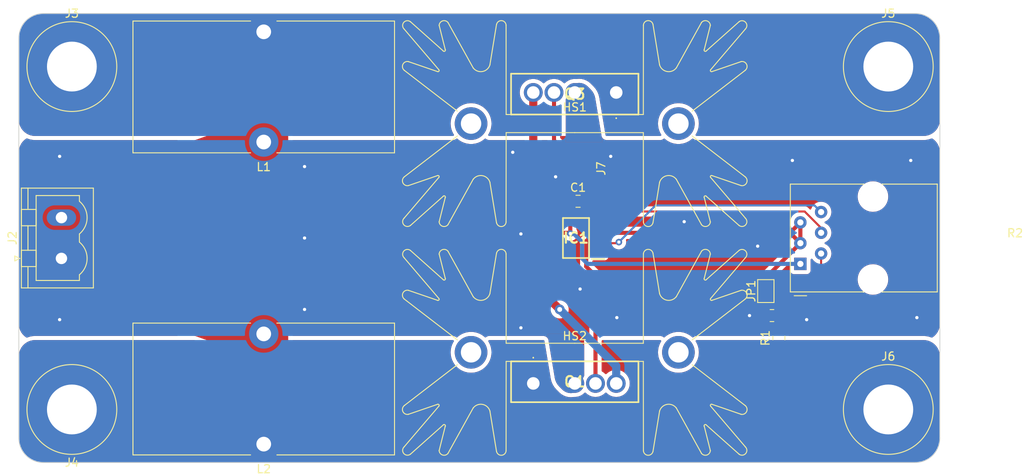
<source format=kicad_pcb>
(kicad_pcb (version 20221018) (generator pcbnew)
  (layers (0 "F.Cu" signal) (31 "B.Cu" signal) (34 "B.Paste" user) (35 "F.Paste" user) (36 "B.SilkS" user "B.Silkscreen") (37 "F.SilkS" user "F.Silkscreen") (38 "B.Mask" user) (39 "F.Mask" user) (44 "Edge.Cuts" user))
  (net 0 "")
  (net 1 "Net-(IC1-VDD)")
  (net 2 "GND2")
  (net 4 "Net-(IC1-INA)")
  (net 5 "Net-(IC1-INB)")
  (net 6 "Net-(IC1-OUTB)")
  (net 7 "Net-(IC1-OUTA)")
  (net 9 "GND")
  (net 10 "Net-(J2-Pin_2)")
  (net 11 "Net-(J7-Pad2)")
  (net 12 "/BUS_R")
  (net 13 "BUS_L")
  (footprint "Heatsink:Heatsink_Fischer_SK129-STS_42x25mm_2xDrill2.5mm" (layer "F.Cu") (at 118.095 91.5)
    (fp_text reference "HS2" (at 0 -2) (layer "F.SilkS"))
    (fp_text value "Heatsink_Pad")
    (fp_line (start -20.89 -11.57) (end -16.64 -6.59) (stroke (width 0.12)) (layer "F.SilkS"))
    (fp_line (start -20.89 -6.53) (end -14.38 -1.52) (stroke (width 0.12)) (layer "F.SilkS"))
    (fp_line (start -20.89 6.53) (end -14.38 1.52) (stroke (width 0.12)) (layer "F.SilkS"))
    (fp_line (start -20.89 11.57) (end -16.64 6.59) (stroke (width 0.12)) (layer "F.SilkS"))
    (fp_line (start -16.81 -6.37) (end -20.37 -7.59) (stroke (width 0.12)) (layer "F.SilkS"))
    (fp_line (start -16.81 6.37) (end -20.37 7.59) (stroke (width 0.12)) (layer "F.SilkS"))
    (fp_line (start -16.61 -12.04) (end -15.86 -9.05) (stroke (width 0.12)) (layer "F.SilkS"))
    (fp_line (start -16.61 12.04) (end -15.86 9.05) (stroke (width 0.12)) (layer "F.SilkS"))
    (fp_line (start -16.11 -8.9) (end -20.14 -12.49) (stroke (width 0.12)) (layer "F.SilkS"))
    (fp_line (start -16.11 8.9) (end -20.14 12.49) (stroke (width 0.12)) (layer "F.SilkS"))
    (fp_line (start -12.43 -6.8) (end -15.52 -12.37) (stroke (width 0.12)) (layer "F.SilkS"))
    (fp_line (start -12.43 6.8) (end -15.52 12.37) (stroke (width 0.12)) (layer "F.SilkS"))
    (fp_line (start -9.58 -12.16) (end -10.39 -7.2) (stroke (width 0.12)) (layer "F.SilkS"))
    (fp_line (start -9.58 12.16) (end -10.39 7.2) (stroke (width 0.12)) (layer "F.SilkS"))
    (fp_line (start -8.41 -12.07) (end -8.4 -1.11) (stroke (width 0.12)) (layer "F.SilkS"))
    (fp_line (start -8.41 12.07) (end -8.4 1.11) (stroke (width 0.12)) (layer "F.SilkS"))
    (fp_line (start -8.4 -1.11) (end 0 -1.11) (stroke (width 0.12)) (layer "F.SilkS"))
    (fp_line (start -8.4 1.11) (end 0 1.11) (stroke (width 0.12)) (layer "F.SilkS"))
    (fp_line (start 8.4 -1.11) (end 0 -1.11) (stroke (width 0.12)) (layer "F.SilkS"))
    (fp_line (start 8.4 1.11) (end 0 1.11) (stroke (width 0.12)) (layer "F.SilkS"))
    (fp_line (start 8.41 -12.07) (end 8.4 -1.11) (stroke (width 0.12)) (layer "F.SilkS"))
    (fp_line (start 8.41 12.07) (end 8.4 1.11) (stroke (width 0.12)) (layer "F.SilkS"))
    (fp_line (start 9.58 -12.16) (end 10.39 -7.2) (stroke (width 0.12)) (layer "F.SilkS"))
    (fp_line (start 9.58 12.16) (end 10.39 7.2) (stroke (width 0.12)) (layer "F.SilkS"))
    (fp_line (start 12.43 -6.8) (end 15.52 -12.37) (stroke (width 0.12)) (layer "F.SilkS"))
    (fp_line (start 12.43 6.8) (end 15.52 12.37) (stroke (width 0.12)) (layer "F.SilkS"))
    (fp_line (start 16.11 -8.9) (end 20.14 -12.49) (stroke (width 0.12)) (layer "F.SilkS"))
    (fp_line (start 16.11 8.9) (end 20.14 12.49) (stroke (width 0.12)) (layer "F.SilkS"))
    (fp_line (start 16.61 -12.04) (end 15.86 -9.05) (stroke (width 0.12)) (layer "F.SilkS"))
    (fp_line (start 16.61 12.04) (end 15.86 9.05) (stroke (width 0.12)) (layer "F.SilkS"))
    (fp_line (start 16.81 -6.37) (end 20.37 -7.59) (stroke (width 0.12)) (layer "F.SilkS"))
    (fp_line (start 16.81 6.37) (end 20.37 7.59) (stroke (width 0.12)) (layer "F.SilkS"))
    (fp_line (start 20.89 -11.57) (end 16.64 -6.59) (stroke (width 0.12)) (layer "F.SilkS"))
    (fp_line (start 20.89 -6.53) (end 14.38 -1.52) (stroke (width 0.12)) (layer "F.SilkS"))
    (fp_line (start 20.89 6.53) (end 14.38 1.52) (stroke (width 0.12)) (layer "F.SilkS"))
    (fp_line (start 20.89 11.57) (end 16.64 6.59) (stroke (width 0.12)) (layer "F.SilkS"))
    (fp_arc (start -20.883567 -11.569995) (mid -20.940157 -12.391914) (end -20.12 -12.47) (stroke (width 0.12)) (layer "F.SilkS"))
    (fp_arc (start -20.88201 -6.529077) (mid -21.044088 -7.26771) (end -20.36 -7.59) (stroke (width 0.12)) (layer "F.SilkS"))
    (fp_arc (start -20.36 7.59) (mid -21.044305 7.267269) (end -20.881246 6.528459) (stroke (width 0.12)) (layer "F.SilkS"))
    (fp_arc (start -20.12 12.47) (mid -20.940246 12.391809) (end -20.883361 11.56981) (stroke (width 0.12)) (layer "F.SilkS"))
    (fp_arc (start -16.81 6.37) (mid -16.635916 6.413485) (end -16.641006 6.592846) (stroke (width 0.12)) (layer "F.SilkS"))
    (fp_arc (start -16.641005 -6.592844) (mid -16.635917 -6.413484) (end -16.81 -6.37) (stroke (width 0.12)) (layer "F.SilkS"))
    (fp_arc (start -16.607253 -12.030714) (mid -16.174769 -12.582369) (end -15.51 -12.36) (stroke (width 0.12)) (layer "F.SilkS"))
    (fp_arc (start -16.11 8.89) (mid -15.907388 8.875008) (end -15.862738 9.073206) (stroke (width 0.12)) (layer "F.SilkS"))
    (fp_arc (start -15.862646 -9.073033) (mid -15.907467 -8.87495) (end -16.11 -8.89) (stroke (width 0.12)) (layer "F.SilkS"))
    (fp_arc (start -15.51 12.36) (mid -16.175176 12.582248) (end -16.607296 12.029866) (stroke (width 0.12)) (layer "F.SilkS"))
    (fp_arc (start -12.43 6.81) (mid -11.270695 6.386526) (end -10.37849 7.239338) (stroke (width 0.12)) (layer "F.SilkS"))
    (fp_arc (start -10.378725 -7.238423) (mid -11.271157 -6.386429) (end -12.43 -6.81) (stroke (width 0.12)) (layer "F.SilkS"))
    (fp_arc (start -9.578367 -12.138285) (mid -8.950514 -12.608261) (end -8.41 -12.04) (stroke (width 0.12)) (layer "F.SilkS"))
    (fp_arc (start -8.41 12.04) (mid -8.950833 12.608288) (end -9.578495 12.137659) (stroke (width 0.12)) (layer "F.SilkS"))
    (fp_arc (start 8.41 -12.04) (mid 8.950833 -12.608288) (end 9.578495 -12.137659) (stroke (width 0.12)) (layer "F.SilkS"))
    (fp_arc (start 9.578367 12.138285) (mid 8.950514 12.608261) (end 8.41 12.04) (stroke (width 0.12)) (layer "F.SilkS"))
    (fp_arc (start 10.378725 7.238423) (mid 11.271157 6.386429) (end 12.43 6.81) (stroke (width 0.12)) (layer "F.SilkS"))
    (fp_arc (start 12.43 -6.81) (mid 11.270695 -6.386526) (end 10.37849 -7.239338) (stroke (width 0.12)) (layer "F.SilkS"))
    (fp_arc (start 15.51 -12.36) (mid 16.175176 -12.582248) (end 16.607296 -12.029866) (stroke (width 0.12)) (layer "F.SilkS"))
    (fp_arc (start 15.862646 9.073033) (mid 15.907467 8.87495) (end 16.11 8.89) (stroke (width 0.12)) (layer "F.SilkS"))
    (fp_arc (start 16.11 -8.89) (mid 15.907388 -8.875008) (end 15.862738 -9.073206) (stroke (width 0.12)) (layer "F.SilkS"))
    (fp_arc (start 16.607253 12.030714) (mid 16.174769 12.58237) (end 15.51 12.36) (stroke (width 0.12)) (layer "F.SilkS"))
    (fp_arc (start 16.641005 6.592844) (mid 16.635917 6.413484) (end 16.81 6.37) (stroke (width 0.12)) (layer "F.SilkS"))
    (fp_arc (start 16.81 -6.37) (mid 16.635916 -6.413485) (end 16.641006 -6.592846) (stroke (width 0.12)) (layer "F.SilkS"))
    (fp_arc (start 20.12 -12.47) (mid 20.940246 -12.391809) (end 20.883361 -11.56981) (stroke (width 0.12)) (layer "F.SilkS"))
    (fp_arc (start 20.36 -7.59) (mid 21.044305 -7.267269) (end 20.881246 -6.528459) (stroke (width 0.12)) (layer "F.SilkS"))
    (fp_arc (start 20.88201 6.529077) (mid 21.044088 7.26771) (end 20.36 7.59) (stroke (width 0.12)) (layer "F.SilkS"))
    (fp_arc (start 20.883567 11.569995) (mid 20.940157 12.391914) (end 20.12 12.47) (stroke (width 0.12)) (layer "F.SilkS"))
    (pad "" thru_hole circle (at -12.7 0 180) (size 4 4) (drill 2.5) (layers "*.Cu" "*.Mask"))
    (pad "" thru_hole circle (at 12.7 0) (size 4 4) (drill 2.5) (layers "*.Cu" "*.Mask"))
  )
  (footprint "Connector_RJ:RJ12_Amphenol_54601" (layer "F.Cu") (at 145.73 80.67 90)
    (fp_text reference "J7" (at 11.68 -24.4 90) (layer "F.SilkS"))
    (fp_text value "RJ12")
    (fp_line (start -3.9 0.77) (end -3.9 -0.76) (stroke (width 0.12)) (layer "F.SilkS"))
    (fp_line (start -3.43 -1.23) (end 9.77 -1.23) (stroke (width 0.12)) (layer "F.SilkS"))
    (fp_line (start -3.43 7.72) (end -3.43 7.79) (stroke (width 0.1)) (layer "F.SilkS"))
    (fp_line (start -3.43 7.79) (end -3.43 -1.23) (stroke (width 0.12)) (layer "F.SilkS"))
    (fp_line (start -3.43 16.77) (end -3.43 9.99) (stroke (width 0.12)) (layer "F.SilkS"))
    (fp_line (start 9.77 -1.23) (end 9.77 7.79) (stroke (width 0.12)) (layer "F.SilkS"))
    (fp_line (start 9.77 16.65) (end 9.77 16.77) (stroke (width 0.1)) (layer "F.SilkS"))
    (fp_line (start 9.77 16.76) (end 9.77 16.77) (stroke (width 0.1)) (layer "F.SilkS"))
    (fp_line (start 9.77 16.77) (end -3.43 16.77) (stroke (width 0.12)) (layer "F.SilkS"))
    (fp_line (start 9.77 16.77) (end 9.77 9.99) (stroke (width 0.12)) (layer "F.SilkS"))
    (pad "" np_thru_hole circle (at -1.91 8.89 90) (size 3.25 3.25) (drill 3.25) (layers "*.Cu" "*.Mask"))
    (pad "" np_thru_hole circle (at 8.25 8.89 90) (size 3.25 3.25) (drill 3.25) (layers "*.Cu" "*.Mask"))
    (pad "1" thru_hole rect (at 0 0 90) (size 1.52 1.52) (drill 0.76) (layers "*.Cu" "*.Mask") (net 1 "Net-(IC1-VDD)"))
    (pad "2" thru_hole circle (at 1.27 2.54 90) (size 1.52 1.52) (drill 0.76) (layers "*.Cu" "*.Mask") (net 11 "Net-(J7-Pad2)"))
    (pad "3" thru_hole circle (at 2.54 0 90) (size 1.52 1.52) (drill 0.76) (layers "*.Cu" "*.Mask") (net 2 "GND2"))
    (pad "4" thru_hole circle (at 3.81 2.54 90) (size 1.52 1.52) (drill 0.76) (layers "*.Cu" "*.Mask") (net 5 "Net-(IC1-INB)"))
    (pad "5" thru_hole circle (at 5.08 0 90) (size 1.52 1.52) (drill 0.76) (layers "*.Cu" "*.Mask") (net 2 "GND2"))
    (pad "6" thru_hole circle (at 6.35 2.54 90) (size 1.52 1.52) (drill 0.76) (layers "*.Cu" "*.Mask") (net 4 "Net-(IC1-INA)"))
  )
  (footprint "Resistor_SMD:R_0805_2012Metric" (layer "F.Cu") (at 142.25 87 180)
    (fp_text reference "R2" (at -29.7725 10.1) (layer "F.SilkS"))
    (fp_text value "120")
    (fp_line (start -0.227064 -0.735) (end 0.227064 -0.735) (stroke (width 0.12)) (layer "F.SilkS"))
    (fp_line (start -0.227064 0.735) (end 0.227064 0.735) (stroke (width 0.12)) (layer "F.SilkS"))
    (pad "1" smd roundrect (at -0.9125 0 180) (size 1.025 1.4) (layers "F.Cu" "F.Paste" "F.Mask") (roundrect_rratio 0.243902) (net 11 "Net-(J7-Pad2)"))
    (pad "2" smd roundrect (at 0.9125 0 180) (size 1.025 1.4) (layers "F.Cu" "F.Paste" "F.Mask") (roundrect_rratio 0.243902) (net 9 "GND"))
  )
  (footprint "Connector_Phoenix_MSTB:PhoenixContact_MSTBVA_2,5_2-G_1x02_P5.00mm_Vertical" (layer "F.Cu") (at 55.2225 80 90)
    (fp_text reference "J2" (at 2.5 -6 90) (layer "F.SilkS"))
    (fp_text value "Screw_Terminal_01x02")
    (fp_line (start -3.61 -4.91) (end -3.61 3.91) (stroke (width 0.12)) (layer "F.SilkS"))
    (fp_line (start -3.61 -4.1) (end -1.11 -4.1) (stroke (width 0.12)) (layer "F.SilkS"))
    (fp_line (start -3.61 3.91) (end 8.61 3.91) (stroke (width 0.12)) (layer "F.SilkS"))
    (fp_line (start -2.7 -3.1) (end 7.7 -3.1) (stroke (width 0.12)) (layer "F.SilkS"))
    (fp_line (start -2.7 2.2) (end -2.7 -3.1) (stroke (width 0.12)) (layer "F.SilkS"))
    (fp_line (start -2 2.2) (end -2.7 2.2) (stroke (width 0.12)) (layer "F.SilkS"))
    (fp_line (start -1 -4.91) (end 1 -4.91) (stroke (width 0.12)) (layer "F.SilkS"))
    (fp_line (start -1 -3.1) (end -1 -4.91) (stroke (width 0.12)) (layer "F.SilkS"))
    (fp_line (start -0.3 -5.71) (end 0.3 -5.71) (stroke (width 0.12)) (layer "F.SilkS"))
    (fp_line (start 0 -5.11) (end -0.3 -5.71) (stroke (width 0.12)) (layer "F.SilkS"))
    (fp_line (start 0.3 -5.71) (end 0 -5.11) (stroke (width 0.12)) (layer "F.SilkS"))
    (fp_line (start 1 -4.91) (end 1 -3.1) (stroke (width 0.12)) (layer "F.SilkS"))
    (fp_line (start 1 -4.1) (end 4 -4.1) (stroke (width 0.12)) (layer "F.SilkS"))
    (fp_line (start 1 -3.1) (end -1 -3.1) (stroke (width 0.12)) (layer "F.SilkS"))
    (fp_line (start 2 2.2) (end 3 2.2) (stroke (width 0.12)) (layer "F.SilkS"))
    (fp_line (start 4 -4.91) (end 6 -4.91) (stroke (width 0.12)) (layer "F.SilkS"))
    (fp_line (start 4 -3.1) (end 4 -4.91) (stroke (width 0.12)) (layer "F.SilkS"))
    (fp_line (start 6 -4.91) (end 6 -3.1) (stroke (width 0.12)) (layer "F.SilkS"))
    (fp_line (start 6 -3.1) (end 4 -3.1) (stroke (width 0.12)) (layer "F.SilkS"))
    (fp_line (start 7.7 -3.1) (end 7.7 2.2) (stroke (width 0.12)) (layer "F.SilkS"))
    (fp_line (start 7.7 2.2) (end 7 2.2) (stroke (width 0.12)) (layer "F.SilkS"))
    (fp_line (start 8.61 -4.91) (end -3.61 -4.91) (stroke (width 0.12)) (layer "F.SilkS"))
    (fp_line (start 8.61 -4.1) (end 6.11 -4.1) (stroke (width 0.12)) (layer "F.SilkS"))
    (fp_line (start 8.61 3.91) (end 8.61 -4.91) (stroke (width 0.12)) (layer "F.SilkS"))
    (fp_arc (start 1.986842 2.215821) (mid -0.010289 3.142758) (end -2 2.2) (stroke (width 0.12)) (layer "F.SilkS"))
    (fp_arc (start 6.986842 2.215821) (mid 4.989711 3.142758) (end 3 2.2) (stroke (width 0.12)) (layer "F.SilkS"))
    (pad "1" thru_hole roundrect (at 0 0 90) (size 2 3.6) (drill 1.4) (layers "*.Cu" "*.Mask") (roundrect_rratio 0.125) (net 9 "GND"))
    (pad "2" thru_hole oval (at 5 0 90) (size 2 3.6) (drill 1.4) (layers "*.Cu" "*.Mask") (net 10 "Net-(J2-Pin_2)"))
  )
  (footprint "Inductor_THT:L_Toroid_Vertical_L31.8mm_W15.9mm_P13.50mm_Bourns_5700" (layer "F.Cu") (at 80 65.745 180)
    (fp_text reference "L1" (at 0 -3.05) (layer "F.SilkS"))
    (fp_text value "220u")
    (fp_line (start -16.02 -1.32) (end -16.02 14.82) (stroke (width 0.12)) (layer "F.SilkS"))
    (fp_line (start -16.02 -1.32) (end -1.608 -1.32) (stroke (width 0.12)) (layer "F.SilkS"))
    (fp_line (start -16.02 14.82) (end -1.608 14.82) (stroke (width 0.12)) (layer "F.SilkS"))
    (fp_line (start 1.608 -1.32) (end 16.02 -1.32) (stroke (width 0.12)) (layer "F.SilkS"))
    (fp_line (start 1.608 14.82) (end 16.02 14.82) (stroke (width 0.12)) (layer "F.SilkS"))
    (fp_line (start 16.02 -1.32) (end 16.02 14.82) (stroke (width 0.12)) (layer "F.SilkS"))
    (pad "1" thru_hole circle (at 0 0 180) (size 3.6 3.6) (drill 1.8) (layers "*.Cu" "*.Mask") (net 10 "Net-(J2-Pin_2)"))
    (pad "2" thru_hole circle (at 0 13.5 180) (size 3.6 3.6) (drill 1.8) (layers "*.Cu" "*.Mask") (net 12 "/BUS_R"))
  )
  (footprint "Capacitor_SMD:C_0805_2012Metric" (layer "F.Cu") (at 118.5 73)
    (fp_text reference "C1" (at 0 -1.68) (layer "F.SilkS"))
    (fp_text value "2.2u")
    (fp_line (start -0.261252 -0.735) (end 0.261252 -0.735) (stroke (width 0.12)) (layer "F.SilkS"))
    (fp_line (start -0.261252 0.735) (end 0.261252 0.735) (stroke (width 0.12)) (layer "F.SilkS"))
    (pad "1" smd roundrect (at -0.95 0) (size 1 1.45) (layers "F.Cu" "F.Paste" "F.Mask") (net 1 "Net-(IC1-VDD)"))
    (pad "2" smd roundrect (at 0.95 0) (size 1 1.45) (layers "F.Cu" "F.Paste" "F.Mask") (net 2 "GND2"))
  )
  (footprint "Jumper:SolderJumper-2_P1.3mm_Open_TrianglePad1.0x1.5mm" (layer "F.Cu") (at 141.5 84 90)
    (fp_text reference "JP1" (at 0 -1.8 90) (layer "F.SilkS"))
    (fp_text value "SolderJumper_2_Open")
    (fp_line (start -1.4 -1) (end 1.4 -1) (stroke (width 0.12)) (layer "F.SilkS"))
    (fp_line (start -1.4 1) (end -1.4 -1) (stroke (width 0.12)) (layer "F.SilkS"))
    (fp_line (start 1.4 -1) (end 1.4 1) (stroke (width 0.12)) (layer "F.SilkS"))
    (fp_line (start 1.4 1) (end -1.4 1) (stroke (width 0.12)) (layer "F.SilkS"))
    (pad "1" smd custom (at -0.725 0 90) (size 0.3 0.3) (layers "F.Cu" "F.Mask") (net 9 "GND") (options (clearance outline) (anchor rect)) (primitives (gr_poly (pts (xy 1 0) (xy 0.5 0.75) (xy -0.5 0.75) (xy -0.5 -0.75) (xy 0.5 -0.75)) (width 0) (fill yes))))
    (pad "2" smd custom (at 0.725 0 90) (size 0.3 0.3) (layers "F.Cu" "F.Mask") (net 2 "GND2") (options (clearance outline) (anchor rect)) (primitives (gr_poly (pts (xy 0.5 0.75) (xy -0.65 0.75) (xy -0.15 0) (xy -0.65 -0.75) (xy 0.5 -0.75)) (width 0) (fill yes))))
  )
  (footprint "custom:NTH4L040N120M3S" (layer "F.Cu") (at 113.015 95.31)
    (fp_text reference "Q1" (at 5.08 -0.2) (layer "F.SilkS") (effects (font (size 1.27 1.27) (thickness 0.254))))
    (fp_text value "NTH4L040N120M3S" hide)
    (fp_line (start -2.72 -2.7) (end 12.88 -2.7) (stroke (width 0.2)) (layer "F.SilkS"))
    (fp_line (start -2.72 2.3) (end -2.72 -2.7) (stroke (width 0.2)) (layer "F.SilkS"))
    (fp_line (start 0 -3.2) (end 0 -3.2) (stroke (width 0.1)) (layer "F.SilkS"))
    (fp_line (start 0 -3.1) (end 0 -3.1) (stroke (width 0.1)) (layer "F.SilkS"))
    (fp_line (start 12.88 -2.7) (end 12.88 2.3) (stroke (width 0.2)) (layer "F.SilkS"))
    (fp_line (start 12.88 2.3) (end -2.72 2.3) (stroke (width 0.2)) (layer "F.SilkS"))
    (fp_arc (start 0 -3.2) (mid 0.05 -3.15) (end 0 -3.1) (stroke (width 0.1)) (layer "F.SilkS"))
    (fp_arc (start 0 -3.1) (mid -0.05 -3.15) (end 0 -3.2) (stroke (width 0.1)) (layer "F.SilkS"))
    (pad "1" thru_hole rect (at 0 0) (size 2.31 2.31) (drill 1.54) (layers "*.Cu" "*.Mask") (net 13 "BUS_L"))
    (pad "2" thru_hole circle (at 5.08 0) (size 2.31 2.31) (drill 1.54) (layers "*.Cu" "*.Mask") (net 9 "GND"))
    (pad "3" thru_hole circle (at 7.62 0) (size 2.31 2.31) (drill 1.54) (layers "*.Cu" "*.Mask") (net 2 "GND2"))
    (pad "4" thru_hole circle (at 10.16 0) (size 2.31 2.31) (drill 1.54) (layers "*.Cu" "*.Mask") (net 7 "Net-(IC1-OUTA)"))
  )
  (footprint "Connector:Banana_Jack_1Pin" (layer "F.Cu") (at 156.5 56.5)
    (fp_text reference "J5" (at 0 -6.5) (layer "F.SilkS"))
    (fp_text value "Screw_Terminal_01x01")
    (fp_circle (center 0 0) (end 5.5 0) (stroke (width 0.12)) (fill none) (layer "F.SilkS"))
    (pad "1" thru_hole circle (at 0 0) (size 10.16 10.16) (drill 6.1) (layers "*.Cu" "*.Mask") (net 12 "/BUS_R"))
  )
  (footprint "custom:NTH4L040N120M3S" (layer "F.Cu") (at 123.175 59.675 180)
    (fp_text reference "Q3" (at 5.08 -0.2 180) (layer "F.SilkS") (effects (font (size 1.27 1.27) (thickness 0.254))))
    (fp_text value "NTH4L040N120M3S" hide)
    (fp_line (start -2.72 -2.7) (end 12.88 -2.7) (stroke (width 0.2)) (layer "F.SilkS"))
    (fp_line (start -2.72 2.3) (end -2.72 -2.7) (stroke (width 0.2)) (layer "F.SilkS"))
    (fp_line (start 0 -3.2) (end 0 -3.2) (stroke (width 0.1)) (layer "F.SilkS"))
    (fp_line (start 0 -3.1) (end 0 -3.1) (stroke (width 0.1)) (layer "F.SilkS"))
    (fp_line (start 12.88 -2.7) (end 12.88 2.3) (stroke (width 0.2)) (layer "F.SilkS"))
    (fp_line (start 12.88 2.3) (end -2.72 2.3) (stroke (width 0.2)) (layer "F.SilkS"))
    (fp_arc (start 0 -3.2) (mid 0.05 -3.15) (end 0 -3.1) (stroke (width 0.1)) (layer "F.SilkS"))
    (fp_arc (start 0 -3.1) (mid -0.05 -3.15) (end 0 -3.2) (stroke (width 0.1)) (layer "F.SilkS"))
    (pad "1" thru_hole rect (at 0 0 180) (size 2.31 2.31) (drill 1.54) (layers "*.Cu" "*.Mask") (net 12 "/BUS_R"))
    (pad "2" thru_hole circle (at 5.08 0 180) (size 2.31 2.31) (drill 1.54) (layers "*.Cu" "*.Mask") (net 9 "GND"))
    (pad "3" thru_hole circle (at 7.62 0 180) (size 2.31 2.31) (drill 1.54) (layers "*.Cu" "*.Mask") (net 2 "GND2"))
    (pad "4" thru_hole circle (at 10.16 0 180) (size 2.31 2.31) (drill 1.54) (layers "*.Cu" "*.Mask") (net 6 "Net-(IC1-OUTB)"))
  )
  (footprint "Resistor_SMD:R_0805_2012Metric" (layer "F.Cu") (at 143.1 89.75 90)
    (fp_text reference "R1" (at 0 -1.65 90) (layer "F.SilkS"))
    (fp_text value "10k")
    (fp_line (start -0.227064 -0.735) (end 0.227064 -0.735) (stroke (width 0.12)) (layer "F.SilkS"))
    (fp_line (start -0.227064 0.735) (end 0.227064 0.735) (stroke (width 0.12)) (layer "F.SilkS"))
    (pad "1" smd roundrect (at -0.9125 0 90) (size 1.025 1.4) (layers "F.Cu" "F.Paste" "F.Mask") (roundrect_rratio 0.243902) (net 13 "BUS_L"))
    (pad "2" smd roundrect (at 0.9125 0 90) (size 1.025 1.4) (layers "F.Cu" "F.Paste" "F.Mask") (roundrect_rratio 0.243902) (net 11 "Net-(J7-Pad2)"))
  )
  (footprint "Heatsink:Heatsink_Fischer_SK129-STS_42x25mm_2xDrill2.5mm" (layer "F.Cu") (at 118.095 63.485)
    (fp_text reference "HS1" (at 0 -2) (layer "F.SilkS"))
    (fp_text value "Heatsink_Pad")
    (fp_line (start -20.89 -11.57) (end -16.64 -6.59) (stroke (width 0.12)) (layer "F.SilkS"))
    (fp_line (start -20.89 -6.53) (end -14.38 -1.52) (stroke (width 0.12)) (layer "F.SilkS"))
    (fp_line (start -20.89 6.53) (end -14.38 1.52) (stroke (width 0.12)) (layer "F.SilkS"))
    (fp_line (start -20.89 11.57) (end -16.64 6.59) (stroke (width 0.12)) (layer "F.SilkS"))
    (fp_line (start -16.81 -6.37) (end -20.37 -7.59) (stroke (width 0.12)) (layer "F.SilkS"))
    (fp_line (start -16.81 6.37) (end -20.37 7.59) (stroke (width 0.12)) (layer "F.SilkS"))
    (fp_line (start -16.61 -12.04) (end -15.86 -9.05) (stroke (width 0.12)) (layer "F.SilkS"))
    (fp_line (start -16.61 12.04) (end -15.86 9.05) (stroke (width 0.12)) (layer "F.SilkS"))
    (fp_line (start -16.11 -8.9) (end -20.14 -12.49) (stroke (width 0.12)) (layer "F.SilkS"))
    (fp_line (start -16.11 8.9) (end -20.14 12.49) (stroke (width 0.12)) (layer "F.SilkS"))
    (fp_line (start -12.43 -6.8) (end -15.52 -12.37) (stroke (width 0.12)) (layer "F.SilkS"))
    (fp_line (start -12.43 6.8) (end -15.52 12.37) (stroke (width 0.12)) (layer "F.SilkS"))
    (fp_line (start -9.58 -12.16) (end -10.39 -7.2) (stroke (width 0.12)) (layer "F.SilkS"))
    (fp_line (start -9.58 12.16) (end -10.39 7.2) (stroke (width 0.12)) (layer "F.SilkS"))
    (fp_line (start -8.41 -12.07) (end -8.4 -1.11) (stroke (width 0.12)) (layer "F.SilkS"))
    (fp_line (start -8.41 12.07) (end -8.4 1.11) (stroke (width 0.12)) (layer "F.SilkS"))
    (fp_line (start -8.4 -1.11) (end 0 -1.11) (stroke (width 0.12)) (layer "F.SilkS"))
    (fp_line (start -8.4 1.11) (end 0 1.11) (stroke (width 0.12)) (layer "F.SilkS"))
    (fp_line (start 8.4 -1.11) (end 0 -1.11) (stroke (width 0.12)) (layer "F.SilkS"))
    (fp_line (start 8.4 1.11) (end 0 1.11) (stroke (width 0.12)) (layer "F.SilkS"))
    (fp_line (start 8.41 -12.07) (end 8.4 -1.11) (stroke (width 0.12)) (layer "F.SilkS"))
    (fp_line (start 8.41 12.07) (end 8.4 1.11) (stroke (width 0.12)) (layer "F.SilkS"))
    (fp_line (start 9.58 -12.16) (end 10.39 -7.2) (stroke (width 0.12)) (layer "F.SilkS"))
    (fp_line (start 9.58 12.16) (end 10.39 7.2) (stroke (width 0.12)) (layer "F.SilkS"))
    (fp_line (start 12.43 -6.8) (end 15.52 -12.37) (stroke (width 0.12)) (layer "F.SilkS"))
    (fp_line (start 12.43 6.8) (end 15.52 12.37) (stroke (width 0.12)) (layer "F.SilkS"))
    (fp_line (start 16.11 -8.9) (end 20.14 -12.49) (stroke (width 0.12)) (layer "F.SilkS"))
    (fp_line (start 16.11 8.9) (end 20.14 12.49) (stroke (width 0.12)) (layer "F.SilkS"))
    (fp_line (start 16.61 -12.04) (end 15.86 -9.05) (stroke (width 0.12)) (layer "F.SilkS"))
    (fp_line (start 16.61 12.04) (end 15.86 9.05) (stroke (width 0.12)) (layer "F.SilkS"))
    (fp_line (start 16.81 -6.37) (end 20.37 -7.59) (stroke (width 0.12)) (layer "F.SilkS"))
    (fp_line (start 16.81 6.37) (end 20.37 7.59) (stroke (width 0.12)) (layer "F.SilkS"))
    (fp_line (start 20.89 -11.57) (end 16.64 -6.59) (stroke (width 0.12)) (layer "F.SilkS"))
    (fp_line (start 20.89 -6.53) (end 14.38 -1.52) (stroke (width 0.12)) (layer "F.SilkS"))
    (fp_line (start 20.89 6.53) (end 14.38 1.52) (stroke (width 0.12)) (layer "F.SilkS"))
    (fp_line (start 20.89 11.57) (end 16.64 6.59) (stroke (width 0.12)) (layer "F.SilkS"))
    (fp_arc (start -20.883567 -11.569995) (mid -20.940157 -12.391914) (end -20.12 -12.47) (stroke (width 0.12)) (layer "F.SilkS"))
    (fp_arc (start -20.88201 -6.529077) (mid -21.044088 -7.26771) (end -20.36 -7.59) (stroke (width 0.12)) (layer "F.SilkS"))
    (fp_arc (start -20.36 7.59) (mid -21.044305 7.267269) (end -20.881246 6.528459) (stroke (width 0.12)) (layer "F.SilkS"))
    (fp_arc (start -20.12 12.47) (mid -20.940246 12.391809) (end -20.883361 11.56981) (stroke (width 0.12)) (layer "F.SilkS"))
    (fp_arc (start -16.81 6.37) (mid -16.635916 6.413485) (end -16.641006 6.592846) (stroke (width 0.12)) (layer "F.SilkS"))
    (fp_arc (start -16.641005 -6.592844) (mid -16.635917 -6.413484) (end -16.81 -6.37) (stroke (width 0.12)) (layer "F.SilkS"))
    (fp_arc (start -16.607253 -12.030714) (mid -16.174769 -12.582369) (end -15.51 -12.36) (stroke (width 0.12)) (layer "F.SilkS"))
    (fp_arc (start -16.11 8.89) (mid -15.907388 8.875008) (end -15.862738 9.073206) (stroke (width 0.12)) (layer "F.SilkS"))
    (fp_arc (start -15.862646 -9.073033) (mid -15.907467 -8.87495) (end -16.11 -8.89) (stroke (width 0.12)) (layer "F.SilkS"))
    (fp_arc (start -15.51 12.36) (mid -16.175176 12.582248) (end -16.607296 12.029866) (stroke (width 0.12)) (layer "F.SilkS"))
    (fp_arc (start -12.43 6.81) (mid -11.270695 6.386526) (end -10.37849 7.239338) (stroke (width 0.12)) (layer "F.SilkS"))
    (fp_arc (start -10.378725 -7.238423) (mid -11.271157 -6.386429) (end -12.43 -6.81) (stroke (width 0.12)) (layer "F.SilkS"))
    (fp_arc (start -9.578367 -12.138285) (mid -8.950514 -12.608261) (end -8.41 -12.04) (stroke (width 0.12)) (layer "F.SilkS"))
    (fp_arc (start -8.41 12.04) (mid -8.950833 12.608288) (end -9.578495 12.137659) (stroke (width 0.12)) (layer "F.SilkS"))
    (fp_arc (start 8.41 -12.04) (mid 8.950833 -12.608288) (end 9.578495 -12.137659) (stroke (width 0.12)) (layer "F.SilkS"))
    (fp_arc (start 9.578367 12.138285) (mid 8.950514 12.608261) (end 8.41 12.04) (stroke (width 0.12)) (layer "F.SilkS"))
    (fp_arc (start 10.378725 7.238423) (mid 11.271157 6.386429) (end 12.43 6.81) (stroke (width 0.12)) (layer "F.SilkS"))
    (fp_arc (start 12.43 -6.81) (mid 11.270695 -6.386526) (end 10.37849 -7.239338) (stroke (width 0.12)) (layer "F.SilkS"))
    (fp_arc (start 15.51 -12.36) (mid 16.175176 -12.582248) (end 16.607296 -12.029866) (stroke (width 0.12)) (layer "F.SilkS"))
    (fp_arc (start 15.862646 9.073033) (mid 15.907467 8.87495) (end 16.11 8.89) (stroke (width 0.12)) (layer "F.SilkS"))
    (fp_arc (start 16.11 -8.89) (mid 15.907388 -8.875008) (end 15.862738 -9.073206) (stroke (width 0.12)) (layer "F.SilkS"))
    (fp_arc (start 16.607253 12.030714) (mid 16.174769 12.58237) (end 15.51 12.36) (stroke (width 0.12)) (layer "F.SilkS"))
    (fp_arc (start 16.641005 6.592844) (mid 16.635917 6.413484) (end 16.81 6.37) (stroke (width 0.12)) (layer "F.SilkS"))
    (fp_arc (start 16.81 -6.37) (mid 16.635916 -6.413485) (end 16.641006 -6.592846) (stroke (width 0.12)) (layer "F.SilkS"))
    (fp_arc (start 20.12 -12.47) (mid 20.940246 -12.391809) (end 20.883361 -11.56981) (stroke (width 0.12)) (layer "F.SilkS"))
    (fp_arc (start 20.36 -7.59) (mid 21.044305 -7.267269) (end 20.881246 -6.528459) (stroke (width 0.12)) (layer "F.SilkS"))
    (fp_arc (start 20.88201 6.529077) (mid 21.044088 7.26771) (end 20.36 7.59) (stroke (width 0.12)) (layer "F.SilkS"))
    (fp_arc (start 20.883567 11.569995) (mid 20.940157 12.391914) (end 20.12 12.47) (stroke (width 0.12)) (layer "F.SilkS"))
    (pad "" thru_hole circle (at -12.7 0 180) (size 4 4) (drill 2.5) (layers "*.Cu" "*.Mask"))
    (pad "" thru_hole circle (at 12.7 0) (size 4 4) (drill 2.5) (layers "*.Cu" "*.Mask"))
  )
  (footprint "Connector:Banana_Jack_1Pin" (layer "F.Cu") (at 56.5 56.5)
    (fp_text reference "J3" (at 0 -6.5) (layer "F.SilkS"))
    (fp_text value "Screw_Terminal_01x01")
    (fp_circle (center 0 0) (end 5.5 0) (stroke (width 0.12)) (fill none) (layer "F.SilkS"))
    (pad "1" thru_hole circle (at 0 0) (size 10.16 10.16) (drill 6.1) (layers "*.Cu" "*.Mask") (net 12 "/BUS_R"))
  )
  (footprint "custom:SOIC127P600X175-8N" (layer "F.Cu") (at 118.25 77.5 180)
    (fp_text reference "IC1" (at 0 0 180) (layer "F.SilkS") (effects (font (size 1.27 1.27) (thickness 0.254))))
    (fp_text value "MAX17601ASA+" hide)
    (fp_line (start -3.475 -2.58) (end -1.95 -2.58) (stroke (width 0.2)) (layer "F.SilkS"))
    (fp_line (start -1.6 -2.45) (end 1.6 -2.45) (stroke (width 0.2)) (layer "F.SilkS"))
    (fp_line (start -1.6 2.45) (end -1.6 -2.45) (stroke (width 0.2)) (layer "F.SilkS"))
    (fp_line (start 1.6 -2.45) (end 1.6 2.45) (stroke (width 0.2)) (layer "F.SilkS"))
    (fp_line (start 1.6 2.45) (end -1.6 2.45) (stroke (width 0.2)) (layer "F.SilkS"))
    (pad "1" smd rect (at -2.712 -1.905 270) (size 0.65 1.525) (layers "F.Cu" "F.Paste" "F.Mask"))
    (pad "2" smd rect (at -2.712 -0.635 270) (size 0.65 1.525) (layers "F.Cu" "F.Paste" "F.Mask") (net 4 "Net-(IC1-INA)"))
    (pad "3" smd rect (at -2.712 0.635 270) (size 0.65 1.525) (layers "F.Cu" "F.Paste" "F.Mask") (net 2 "GND2"))
    (pad "4" smd rect (at -2.712 1.905 270) (size 0.65 1.525) (layers "F.Cu" "F.Paste" "F.Mask") (net 5 "Net-(IC1-INB)"))
    (pad "5" smd rect (at 2.712 1.905 270) (size 0.65 1.525) (layers "F.Cu" "F.Paste" "F.Mask") (net 6 "Net-(IC1-OUTB)"))
    (pad "6" smd rect (at 2.712 0.635 270) (size 0.65 1.525) (layers "F.Cu" "F.Paste" "F.Mask") (net 1 "Net-(IC1-VDD)"))
    (pad "7" smd rect (at 2.712 -0.635 270) (size 0.65 1.525) (layers "F.Cu" "F.Paste" "F.Mask") (net 7 "Net-(IC1-OUTA)"))
    (pad "8" smd rect (at 2.712 -1.905 270) (size 0.65 1.525) (layers "F.Cu" "F.Paste" "F.Mask"))
  )
  (footprint "Inductor_THT:L_Toroid_Vertical_L31.8mm_W15.9mm_P13.50mm_Bourns_5700" (layer "F.Cu") (at 80 102.745 180)
    (fp_text reference "L2" (at 0 -3.05) (layer "F.SilkS"))
    (fp_text value "220u")
    (fp_line (start -16.02 -1.32) (end -16.02 14.82) (stroke (width 0.12)) (layer "F.SilkS"))
    (fp_line (start -16.02 -1.32) (end -1.608 -1.32) (stroke (width 0.12)) (layer "F.SilkS"))
    (fp_line (start -16.02 14.82) (end -1.608 14.82) (stroke (width 0.12)) (layer "F.SilkS"))
    (fp_line (start 1.608 -1.32) (end 16.02 -1.32) (stroke (width 0.12)) (layer "F.SilkS"))
    (fp_line (start 1.608 14.82) (end 16.02 14.82) (stroke (width 0.12)) (layer "F.SilkS"))
    (fp_line (start 16.02 -1.32) (end 16.02 14.82) (stroke (width 0.12)) (layer "F.SilkS"))
    (pad "1" thru_hole circle (at 0 0 180) (size 3.6 3.6) (drill 1.8) (layers "*.Cu" "*.Mask") (net 13 "BUS_L"))
    (pad "2" thru_hole circle (at 0 13.5 180) (size 3.6 3.6) (drill 1.8) (layers "*.Cu" "*.Mask") (net 10 "Net-(J2-Pin_2)"))
  )
  (footprint "Connector:Banana_Jack_1Pin" (layer "F.Cu") (at 156.5 98.5)
    (fp_text reference "J6" (at 0 -6.5) (layer "F.SilkS"))
    (fp_text value "Screw_Terminal_01x01")
    (fp_circle (center 0 0) (end 5.5 0) (stroke (width 0.12)) (fill none) (layer "F.SilkS"))
    (pad "1" thru_hole circle (at 0 0) (size 10.16 10.16) (drill 6.1) (layers "*.Cu" "*.Mask") (net 13 "BUS_L"))
  )
  (footprint "Connector:Banana_Jack_1Pin" (layer "F.Cu") (at 56.5 98.5 180)
    (fp_text reference "J4" (at 0 -6.5) (layer "F.SilkS"))
    (fp_text value "Screw_Terminal_01x01")
    (fp_circle (center 0 0) (end 5.5 0) (stroke (width 0.12)) (fill none) (layer "F.SilkS"))
    (pad "1" thru_hole circle (at 0 0 180) (size 10.16 10.16) (drill 6.1) (layers "*.Cu" "*.Mask") (net 13 "BUS_L"))
  )
  (gr_line (start 50 102) (end 50 53) (stroke (width 0.1)) (layer "Edge.Cuts"))
  (gr_line (start 53 50) (end 159.815 50) (stroke (width 0.1)) (layer "Edge.Cuts"))
  (gr_arc (start 50 53) (mid 50.87868 50.87868) (end 53 50) (stroke (width 0.1)) (layer "Edge.Cuts"))
  (gr_line (start 162.815 53) (end 162.815 102) (stroke (width 0.1)) (layer "Edge.Cuts"))
  (gr_line (start 159.815 105) (end 53 105) (stroke (width 0.1)) (layer "Edge.Cuts"))
  (gr_arc (start 53 105) (mid 50.87868 104.12132) (end 50 102) (stroke (width 0.1)) (layer "Edge.Cuts"))
  (gr_arc (start 159.815 50) (mid 161.93632 50.87868) (end 162.815 53) (stroke (width 0.1)) (layer "Edge.Cuts"))
  (gr_arc (start 162.815 102) (mid 161.93632 104.12132) (end 159.815 105) (stroke (width 0.1)) (layer "Edge.Cuts"))
  (segment (start 117.55 76.95) (end 117.55 73) (width 0.5) (layer "F.Cu") (net 1))
  (segment (start 117.465 76.865) (end 115.538 76.865) (width 0.5) (layer "F.Cu") (net 1))
  (segment (start 117.55 76.95) (end 117.465 76.865) (width 0.5) (layer "F.Cu") (net 1))
  (via (at 117.55 76.95) (size 0.8) (drill 0.4) (layers "F.Cu" "B.Cu") (net 1))
  (segment (start 119.67 80.67) (end 145.73 80.67) (width 0.5) (layer "B.Cu") (net 1))
  (segment (start 119 78) (end 119 80) (width 0.5) (layer "B.Cu") (net 1))
  (segment (start 117.95 76.95) (end 119 78) (width 0.5) (layer "B.Cu") (net 1))
  (segment (start 119 80) (end 119.67 80.67) (width 0.5) (layer "B.Cu") (net 1))
  (segment (start 117.55 76.95) (end 117.95 76.95) (width 0.5) (layer "B.Cu") (net 1))
  (segment (start 145.73 78.13) (end 145.73 75.59) (width 0.5) (layer "F.Cu") (net 2))
  (segment (start 115.555 65.555) (end 119.45 69.45) (width 0.5) (layer "F.Cu") (net 2))
  (segment (start 120.5245 76.865) (end 119.45 75.7905) (width 0.5) (layer "F.Cu") (net 2))
  (segment (start 141.5 82.36) (end 141.5 83.275) (width 0.5) (layer "F.Cu") (net 2))
  (segment (start 119.45 75.7905) (end 119.45 71.75) (width 0.5) (layer "F.Cu") (net 2))
  (segment (start 115.555 59.675) (end 115.555 65.555) (width 0.5) (layer "F.Cu") (net 2))
  (segment (start 141.5 82.36) (end 145.73 78.13) (width 0.5) (layer "F.Cu") (net 2))
  (segment (start 120.635 95.31) (end 120.635 82.135) (width 0.5) (layer "F.Cu") (net 2))
  (segment (start 120.635 82.135) (end 119.5 81) (width 0.5) (layer "F.Cu") (net 2))
  (segment (start 144.465 76.855) (end 144.465 76.865) (width 0.5) (layer "F.Cu") (net 2))
  (segment (start 120.962 76.865) (end 144.465 76.865) (width 0.5) (layer "F.Cu") (net 2))
  (segment (start 119.45 69.45) (end 119.45 71.75) (width 0.5) (layer "F.Cu") (net 2))
  (segment (start 144.465 76.865) (end 145.73 78.13) (width 0.5) (layer "F.Cu") (net 2))
  (segment (start 119.5 81) (end 119.5 77.8895) (width 0.5) (layer "F.Cu") (net 2))
  (segment (start 120.5245 76.865) (end 120.962 76.865) (width 0.5) (layer "F.Cu") (net 2))
  (segment (start 119.5 77.8895) (end 120.5245 76.865) (width 0.5) (layer "F.Cu") (net 2))
  (segment (start 145.73 75.59) (end 144.465 76.855) (width 0.5) (layer "F.Cu") (net 2))
  (segment (start 120.962 78.135) (end 123.365 78.135) (width 0.25) (layer "F.Cu") (net 4))
  (segment (start 123.365 78.135) (end 123.5 78) (width 0.25) (layer "F.Cu") (net 4))
  (via (at 123.5 78) (size 0.8) (drill 0.4) (layers "F.Cu" "B.Cu") (net 4))
  (segment (start 128 73.5) (end 123.5 78) (width 0.25) (layer "B.Cu") (net 4))
  (segment (start 148.27 74.32) (end 147.45 73.5) (width 0.25) (layer "B.Cu") (net 4))
  (segment (start 147.45 73.5) (end 128 73.5) (width 0.25) (layer "B.Cu") (net 4))
  (segment (start 122.307 74.25) (end 120.962 75.595) (width 0.25) (layer "F.Cu") (net 5))
  (segment (start 148.27 76.86) (end 148.27 76.27) (width 0.25) (layer "F.Cu") (net 5))
  (segment (start 146.25 74.25) (end 122.307 74.25) (width 0.25) (layer "F.Cu") (net 5))
  (segment (start 148.27 76.27) (end 146.25 74.25) (width 0.25) (layer "F.Cu") (net 5))
  (segment (start 113.015 74.015) (end 114.595 75.595) (width 1) (layer "F.Cu") (net 6))
  (segment (start 113.015 59.675) (end 113.015 74.015) (width 1) (layer "F.Cu") (net 6))
  (segment (start 114.595 75.595) (end 115.538 75.595) (width 1) (layer "F.Cu") (net 6))
  (segment (start 114.0755 84.0755) (end 114.0755 78.38) (width 1) (layer "F.Cu") (net 7))
  (segment (start 115.783 78.38) (end 115.538 78.135) (width 1) (layer "F.Cu") (net 7))
  (segment (start 114.0755 78.38) (end 115.783 78.38) (width 1) (layer "F.Cu") (net 7))
  (segment (start 116.25 86.25) (end 114.0755 84.0755) (width 1) (layer "F.Cu") (net 7))
  (via (at 116.25 86.25) (size 1.2) (drill 0.6) (layers "F.Cu" "B.Cu") (net 7))
  (segment (start 123.175 93.175) (end 123.175 95.31) (width 1) (layer "B.Cu") (net 7))
  (segment (start 116.25 86.25) (end 123.175 93.175) (width 1) (layer "B.Cu") (net 7))
  (segment (start 141.5 84.725) (end 141.5 86.8375) (width 1) (layer "F.Cu") (net 9))
  (segment (start 141.3375 87) (end 139.5 87) (width 1) (layer "F.Cu") (net 9))
  (segment (start 141.5 86.8375) (end 141.3375 87) (width 1) (layer "F.Cu") (net 9))
  (via (at 123.25 87.25) (size 0.8) (drill 0.4) (layers "F.Cu" "B.Cu") (net 9))
  (via (at 140.5 78.5) (size 0.8) (drill 0.4) (layers "F.Cu" "B.Cu") (net 9))
  (via (at 55 87.5) (size 0.8) (drill 0.4) (layers "F.Cu" "B.Cu") (net 9))
  (via (at 139.5 87) (size 0.8) (drill 0.4) (layers "F.Cu" "B.Cu") (net 9))
  (via (at 111.5 88.5) (size 0.8) (drill 0.4) (layers "F.Cu" "B.Cu") (net 9))
  (via (at 85 68.75) (size 0.8) (drill 0.4) (layers "F.Cu" "B.Cu") (net 9))
  (via (at 111.5 77) (size 0.8) (drill 0.4) (layers "F.Cu" "B.Cu") (net 9))
  (via (at 144.75 68) (size 0.8) (drill 0.4) (layers "F.Cu" "B.Cu") (net 9))
  (via (at 115.75 70) (size 0.8) (drill 0.4) (layers "F.Cu" "B.Cu") (net 9))
  (via (at 85 77.5) (size 0.8) (drill 0.4) (layers "F.Cu" "B.Cu") (net 9))
  (via (at 146.5 87.5) (size 0.8) (drill 0.4) (layers "F.Cu" "B.Cu") (net 9))
  (via (at 85 86.25) (size 0.8) (drill 0.4) (layers "F.Cu" "B.Cu") (net 9))
  (via (at 118.75 83.75) (size 0.8) (drill 0.4) (layers "F.Cu" "B.Cu") (net 9))
  (via (at 160 87.25) (size 0.8) (drill 0.4) (layers "F.Cu" "B.Cu") (net 9))
  (via (at 122.5 67.5) (size 0.8) (drill 0.4) (layers "F.Cu" "B.Cu") (net 9))
  (via (at 131.5 75.5) (size 0.8) (drill 0.4) (layers "F.Cu" "B.Cu") (net 9))
  (via (at 159.25 68) (size 0.8) (drill 0.4) (layers "F.Cu" "B.Cu") (net 9))
  (via (at 55 67.5) (size 0.8) (drill 0.4) (layers "F.Cu" "B.Cu") (net 9))
  (via (at 110.5 67) (size 0.8) (drill 0.4) (layers "F.Cu" "B.Cu") (net 9))
  (segment (start 143.0875 86.9125) (end 148.27 81.73) (width 0.25) (layer "F.Cu") (net 11))
  (segment (start 148.27 81.73) (end 148.27 79.4) (width 0.25) (layer "F.Cu") (net 11))
  (segment (start 143.1625 87) (end 143.1625 89.025) (width 0.25) (layer "F.Cu") (net 11))
  (segment (start 143.1625 89.025) (end 143.1 89.0875) (width 0.25) (layer "F.Cu") (net 11))
  (zone (net 10) (net_name "Net-(J2-Pin_2)") (layer "F.Cu") (priority 2) (connect_pads yes (clearance 0.5)) (min_thickness 0.25) (fill yes (thermal_gap 0.4) (thermal_bridge_width 0.6) (smoothing fillet) (radius 2))
    (polygon (pts (xy 52 72.5) (xy 80 62.5) (xy 83 63.5) (xy 83 91.5) (xy 80 92.5) (xy 52 82.5)))
  )
  (zone (net 13) (net_name "BUS_L") (layers "F&B.Cu") (priority 1) (connect_pads yes (clearance 0.5)) (min_thickness 0.25) (fill yes (thermal_gap 0.4) (thermal_bridge_width 0.6) (smoothing fillet) (radius 2))
    (polygon (pts (xy 50 90) (xy 163 90) (xy 163 105) (xy 50 105)))
  )
  (zone (net 9) (net_name "GND") (layers "F&B.Cu") (connect_pads yes (clearance 0.5)) (min_thickness 0.25) (fill yes (thermal_gap 0.4) (thermal_bridge_width 0.6) (smoothing fillet) (radius 2))
    (polygon (pts (xy 50 65) (xy 163 65) (xy 163 90) (xy 50 90)))
  )
  (zone (net 9) (net_name "GND") (layers "F&B.Cu") (priority 3) (connect_pads yes (clearance 0.5)) (min_thickness 0.25) (fill yes (thermal_gap 0.4) (thermal_bridge_width 0.6) (smoothing fillet) (radius 2))
    (polygon (pts (xy 117 65.75) (xy 117 59.75) (xy 118 58.5) (xy 119.25 58.5) (xy 120.5 59.75) (xy 121.5 65.75)))
  )
  (zone (net 12) (net_name "/BUS_R") (layers "F&B.Cu") (priority 1) (connect_pads yes (clearance 0.5)) (min_thickness 0.25) (fill yes (thermal_gap 0.4) (thermal_bridge_width 0.6) (smoothing fillet) (radius 2))
    (polygon (pts (xy 50 50) (xy 163 50) (xy 163 65) (xy 50 65)))
  )
  (zone (net 9) (net_name "GND") (layers "F&B.Cu") (priority 3) (connect_pads yes (clearance 0.5)) (min_thickness 0.25) (fill yes (thermal_gap 0.4) (thermal_bridge_width 0.6) (smoothing fillet) (radius 2))
    (polygon (pts (xy 119.25 89.25) (xy 119.25 95.25) (xy 118.25 96.5) (xy 117 96.5) (xy 115.75 95.25) (xy 114.75 89.25)))
  )
)
</source>
